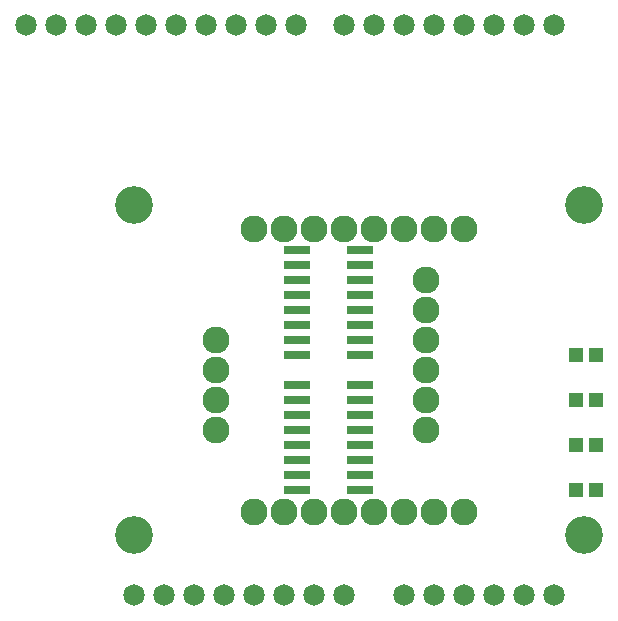
<source format=gts>
G04 DipTrace 2.3.1.0*
%INminishiftjig_TopMask.gts*%
%MOIN*%
%ADD21C,0.126*%
%ADD27R,0.0866X0.0315*%
%ADD29R,0.0512X0.0472*%
%ADD31C,0.0899*%
%ADD33C,0.0719*%
%FSLAX44Y44*%
G04*
G70*
G90*
G75*
G01*
%LNTopMask*%
%LPD*%
D33*
X8187Y4937D3*
X9187D3*
X10187D3*
X11187D3*
X12187D3*
X13187D3*
X14187D3*
X15187D3*
X17187D3*
X18187D3*
X19187D3*
X20187D3*
X21187D3*
X22187D3*
Y23937D3*
X21187D3*
X20187D3*
X19187D3*
X18187D3*
X17187D3*
X16187D3*
X15187D3*
X13587D3*
X12587D3*
X11587D3*
X10587D3*
X9587D3*
X8587D3*
X7587D3*
X6587D3*
X5587D3*
X4587D3*
D31*
X12187Y7713D3*
X13187D3*
X14187D3*
X15187D3*
X16187D3*
X17187D3*
X18187D3*
X19187D3*
Y17161D3*
X18187D3*
X17187D3*
X16187D3*
X15187D3*
X14187D3*
X13187D3*
X12187D3*
X17937Y14437D3*
Y13437D3*
D29*
X22937Y9937D3*
X23606D3*
X22937Y11437D3*
X23606D3*
X22937Y12937D3*
X23606D3*
D21*
X23187Y17937D3*
Y6937D3*
X8187Y17937D3*
Y6937D3*
D29*
X22937Y8437D3*
X23606D3*
D31*
X17937Y15437D3*
X10937Y10437D3*
X17937D3*
Y12437D3*
X10937Y13437D3*
Y12437D3*
X17937Y11437D3*
X10937D3*
D27*
X15750Y8437D3*
Y8937D3*
Y9437D3*
Y9937D3*
Y10437D3*
Y10937D3*
Y11437D3*
Y11937D3*
X13624D3*
Y11437D3*
Y10937D3*
Y10437D3*
Y9937D3*
Y9437D3*
Y8937D3*
Y8437D3*
Y16437D3*
Y15937D3*
Y15437D3*
Y14937D3*
Y14437D3*
Y13937D3*
Y13437D3*
Y12937D3*
X15750D3*
Y13437D3*
Y13937D3*
Y14437D3*
Y14937D3*
Y15437D3*
Y15937D3*
Y16437D3*
M02*

</source>
